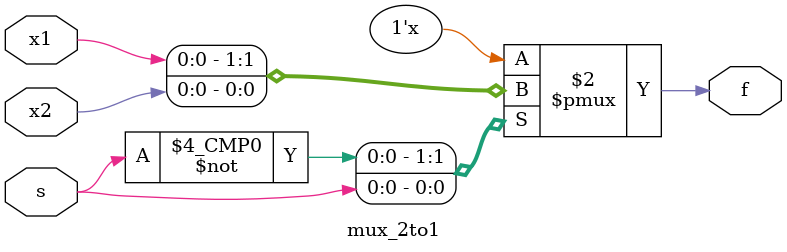
<source format=v>
module mux_2to1(
    input x1,
    input x2,
    input s,
    // output reg f
    output f
);

always @(*) begin
    case (s)
        2'b00: f = x1;
        2'b01: f = x2;
    endcase
end

endmodule

</source>
